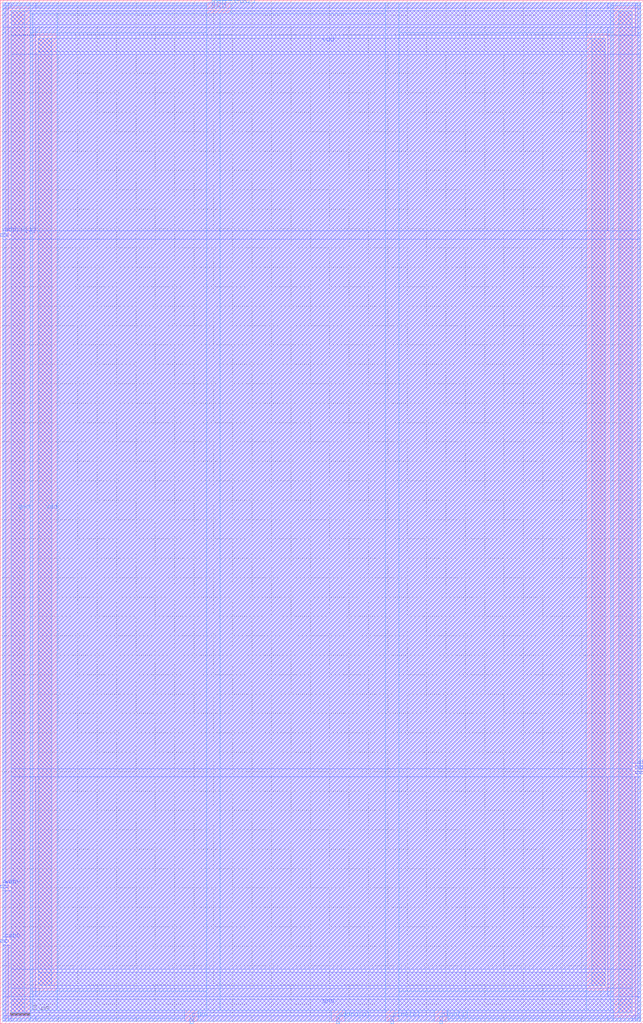
<source format=lef>
VERSION 5.4 ;
NAMESCASESENSITIVE ON ;
BUSBITCHARS "[]" ;
DIVIDERCHAR "/" ;
UNITS
  DATABASE MICRONS 2000 ;
END UNITS
MACRO SRAM_2x32_1rw
   CLASS BLOCK ;
   SIZE 33.18 BY 52.78 ;
   SYMMETRY X Y R90 ;
   PIN din0[0]
      DIRECTION INPUT ;
      PORT
         LAYER metal4 ;
         RECT  20.16 0.0 20.3 0.42 ;
      END
   END din0[0]
   PIN din0[1]
      DIRECTION INPUT ;
      PORT
         LAYER metal4 ;
         RECT  22.68 0.0 22.82 0.42 ;
      END
   END din0[1]
   PIN addr0[0]
      DIRECTION INPUT ;
      PORT
         LAYER metal4 ;
         RECT  17.36 0.0 17.5 0.42 ;
      END
   END addr0[0]
   PIN addr0[1]
      DIRECTION INPUT ;
      PORT
         LAYER metal3 ;
         RECT  0.0 40.6 0.42 40.74 ;
      END
   END addr0[1]
   PIN addr0[2]
      DIRECTION INPUT ;
      PORT
         LAYER metal4 ;
         RECT  10.92 52.36 11.06 52.78 ;
      END
   END addr0[2]
   PIN addr0[3]
      DIRECTION INPUT ;
      PORT
         LAYER metal4 ;
         RECT  11.2 52.36 11.34 52.78 ;
      END
   END addr0[3]
   PIN addr0[4]
      DIRECTION INPUT ;
      PORT
         LAYER metal4 ;
         RECT  11.48 52.36 11.62 52.78 ;
      END
   END addr0[4]
   PIN csb0
      DIRECTION INPUT ;
      PORT
         LAYER metal3 ;
         RECT  0.0 4.2 0.42 4.34 ;
      END
   END csb0
   PIN web0
      DIRECTION INPUT ;
      PORT
         LAYER metal3 ;
         RECT  0.0 7.0 0.42 7.14 ;
      END
   END web0
   PIN clk0
      DIRECTION INPUT ;
      PORT
         LAYER metal4 ;
         RECT  9.8 0.0 9.94 0.42 ;
      END
   END clk0
   PIN dout0[0]
      DIRECTION OUTPUT ;
      PORT
         LAYER metal3 ;
         RECT  32.76 12.88 33.18 13.02 ;
      END
   END dout0[0]
   PIN dout0[1]
      DIRECTION OUTPUT ;
      PORT
         LAYER metal3 ;
         RECT  32.76 13.16 33.18 13.3 ;
      END
   END dout0[1]
   PIN vdd
      DIRECTION INOUT ;
      USE POWER ; 
      SHAPE ABUTMENT ; 
      PORT
         LAYER metal3 ;
         RECT  1.96 1.96 31.22 2.66 ;
         LAYER metal4 ;
         RECT  30.52 1.96 31.22 50.82 ;
         LAYER metal3 ;
         RECT  1.96 50.12 31.22 50.82 ;
         LAYER metal4 ;
         RECT  1.96 1.96 2.66 50.82 ;
      END
   END vdd
   PIN gnd
      DIRECTION INOUT ;
      USE GROUND ; 
      SHAPE ABUTMENT ; 
      PORT
         LAYER metal4 ;
         RECT  31.92 0.56 32.62 52.22 ;
         LAYER metal3 ;
         RECT  0.56 51.52 32.62 52.22 ;
         LAYER metal4 ;
         RECT  0.56 0.56 1.26 52.22 ;
         LAYER metal3 ;
         RECT  0.56 0.56 32.62 1.26 ;
      END
   END gnd
   OBS
   LAYER  metal1 ;
      RECT  0.14 0.14 33.04 52.64 ;
   LAYER  metal2 ;
      RECT  0.14 0.14 33.04 52.64 ;
   LAYER  metal3 ;
      RECT  0.56 40.46 33.04 40.88 ;
      RECT  0.14 4.48 0.56 6.86 ;
      RECT  0.14 7.28 0.56 40.46 ;
      RECT  0.56 12.74 32.62 13.16 ;
      RECT  0.56 13.16 32.62 40.46 ;
      RECT  32.62 13.44 33.04 40.46 ;
      RECT  0.56 1.82 1.82 2.8 ;
      RECT  0.56 2.8 1.82 12.74 ;
      RECT  1.82 2.8 31.36 12.74 ;
      RECT  31.36 1.82 32.62 2.8 ;
      RECT  31.36 2.8 32.62 12.74 ;
      RECT  0.56 40.88 1.82 49.98 ;
      RECT  0.56 49.98 1.82 50.96 ;
      RECT  1.82 40.88 31.36 49.98 ;
      RECT  31.36 40.88 33.04 49.98 ;
      RECT  31.36 49.98 33.04 50.96 ;
      RECT  0.14 40.88 0.42 51.38 ;
      RECT  0.14 51.38 0.42 52.36 ;
      RECT  0.14 52.36 0.42 52.64 ;
      RECT  0.42 40.88 0.56 51.38 ;
      RECT  0.42 52.36 0.56 52.64 ;
      RECT  0.56 50.96 1.82 51.38 ;
      RECT  0.56 52.36 1.82 52.64 ;
      RECT  1.82 50.96 31.36 51.38 ;
      RECT  1.82 52.36 31.36 52.64 ;
      RECT  31.36 50.96 32.76 51.38 ;
      RECT  31.36 52.36 32.76 52.64 ;
      RECT  32.76 50.96 33.04 51.38 ;
      RECT  32.76 51.38 33.04 52.36 ;
      RECT  32.76 52.36 33.04 52.64 ;
      RECT  0.14 0.14 0.42 0.42 ;
      RECT  0.14 0.42 0.42 1.4 ;
      RECT  0.14 1.4 0.42 4.06 ;
      RECT  0.42 0.14 0.56 0.42 ;
      RECT  0.42 1.4 0.56 4.06 ;
      RECT  32.62 0.14 32.76 0.42 ;
      RECT  32.62 1.4 32.76 12.74 ;
      RECT  32.76 0.14 33.04 0.42 ;
      RECT  32.76 0.42 33.04 1.4 ;
      RECT  32.76 1.4 33.04 12.74 ;
      RECT  0.56 0.14 1.82 0.42 ;
      RECT  0.56 1.4 1.82 1.82 ;
      RECT  1.82 0.14 31.36 0.42 ;
      RECT  1.82 1.4 31.36 1.82 ;
      RECT  31.36 0.14 32.62 0.42 ;
      RECT  31.36 1.4 32.62 1.82 ;
   LAYER  metal4 ;
      RECT  19.88 0.7 20.58 52.64 ;
      RECT  20.58 0.14 22.4 0.7 ;
      RECT  17.78 0.14 19.88 0.7 ;
      RECT  10.64 0.7 11.34 52.08 ;
      RECT  11.34 0.7 19.88 52.08 ;
      RECT  11.9 52.08 19.88 52.64 ;
      RECT  10.22 0.14 17.08 0.7 ;
      RECT  20.58 0.7 30.24 1.68 ;
      RECT  20.58 1.68 30.24 51.1 ;
      RECT  20.58 51.1 30.24 52.64 ;
      RECT  30.24 0.7 31.5 1.68 ;
      RECT  30.24 51.1 31.5 52.64 ;
      RECT  1.68 0.7 2.94 1.68 ;
      RECT  1.68 51.1 2.94 52.08 ;
      RECT  2.94 0.7 10.64 1.68 ;
      RECT  2.94 1.68 10.64 51.1 ;
      RECT  2.94 51.1 10.64 52.08 ;
      RECT  23.1 0.14 31.64 0.28 ;
      RECT  23.1 0.28 31.64 0.7 ;
      RECT  31.64 0.14 32.9 0.28 ;
      RECT  32.9 0.14 33.04 0.28 ;
      RECT  32.9 0.28 33.04 0.7 ;
      RECT  31.5 0.7 31.64 1.68 ;
      RECT  32.9 0.7 33.04 1.68 ;
      RECT  31.5 1.68 31.64 51.1 ;
      RECT  32.9 1.68 33.04 51.1 ;
      RECT  31.5 51.1 31.64 52.5 ;
      RECT  31.5 52.5 31.64 52.64 ;
      RECT  31.64 52.5 32.9 52.64 ;
      RECT  32.9 51.1 33.04 52.5 ;
      RECT  32.9 52.5 33.04 52.64 ;
      RECT  0.14 52.08 0.28 52.5 ;
      RECT  0.14 52.5 0.28 52.64 ;
      RECT  0.28 52.5 1.54 52.64 ;
      RECT  1.54 52.08 10.64 52.5 ;
      RECT  1.54 52.5 10.64 52.64 ;
      RECT  0.14 0.14 0.28 0.28 ;
      RECT  0.14 0.28 0.28 0.7 ;
      RECT  0.28 0.14 1.54 0.28 ;
      RECT  1.54 0.14 9.52 0.28 ;
      RECT  1.54 0.28 9.52 0.7 ;
      RECT  0.14 0.7 0.28 1.68 ;
      RECT  1.54 0.7 1.68 1.68 ;
      RECT  0.14 1.68 0.28 51.1 ;
      RECT  1.54 1.68 1.68 51.1 ;
      RECT  0.14 51.1 0.28 52.08 ;
      RECT  1.54 51.1 1.68 52.08 ;
   END
END    SRAM_2x32_1rw
END    LIBRARY

</source>
